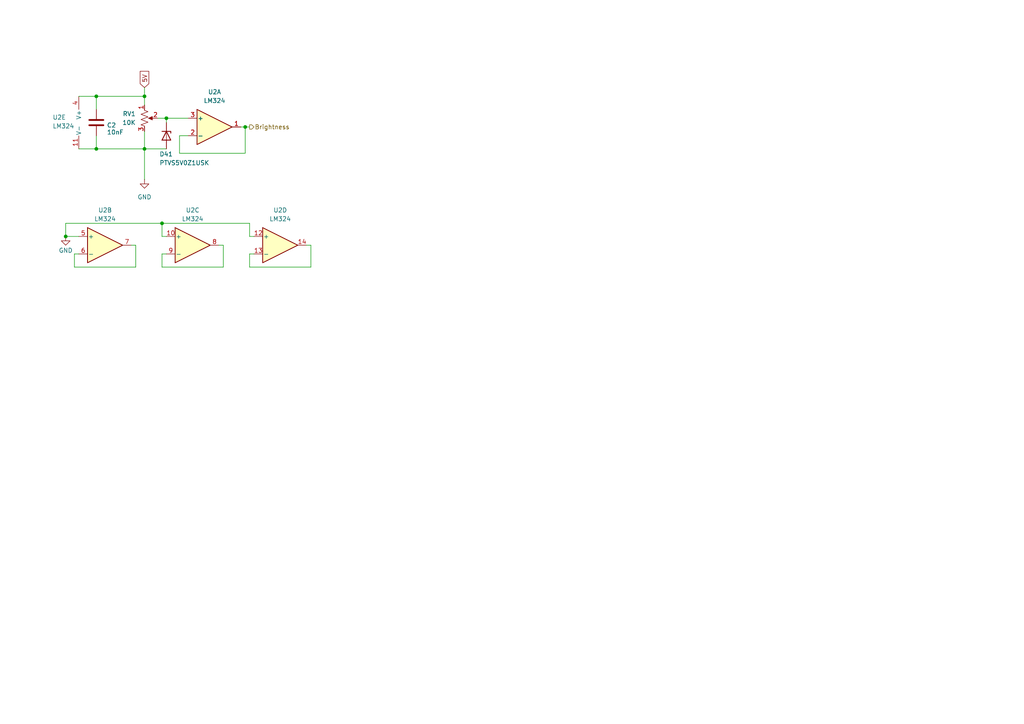
<source format=kicad_sch>
(kicad_sch (version 20231120) (generator "eeschema") (generator_version "8.0")
  (paper "A4")
  (title_block (date "2024-04-23") (rev "2"))
  (lib_symbols
    (symbol "Amplifier_Operational:LM324" (pin_names (offset 0.127))
      (property "Reference" "U" (at 0 5.08 0))
      (property "Value" "LM324" (at 0 -5.08 0))
      (symbol "LM324_1_1"
        (polyline (pts (xy -5.08 5.08) (xy 5.08 0) (xy -5.08 -5.08) (xy -5.08 5.08)) (stroke (width 0.254)) (fill (type background)))
        (pin output line (at 7.62 0 180) (length 2.54) (name "~") (number "1"))
        (pin input line (at -7.62 -2.54 0) (length 2.54) (name "-") (number "2"))
        (pin input line (at -7.62 2.54 0) (length 2.54) (name "+") (number "3"))
      )
      (symbol "LM324_2_1"
        (polyline (pts (xy -5.08 5.08) (xy 5.08 0) (xy -5.08 -5.08) (xy -5.08 5.08)) (stroke (width 0.254)) (fill (type background)))
        (pin input line (at -7.62 2.54 0) (length 2.54) (name "+") (number "5"))
        (pin input line (at -7.62 -2.54 0) (length 2.54) (name "-") (number "6"))
        (pin output line (at 7.62 0 180) (length 2.54) (name "~") (number "7"))
      )
      (symbol "LM324_3_1"
        (polyline (pts (xy -5.08 5.08) (xy 5.08 0) (xy -5.08 -5.08) (xy -5.08 5.08)) (stroke (width 0.254)) (fill (type background)))
        (pin input line (at -7.62 2.54 0) (length 2.54) (name "+") (number "10"))
        (pin output line (at 7.62 0 180) (length 2.54) (name "~") (number "8"))
        (pin input line (at -7.62 -2.54 0) (length 2.54) (name "-") (number "9"))
      )
      (symbol "LM324_4_1"
        (polyline (pts (xy -5.08 5.08) (xy 5.08 0) (xy -5.08 -5.08) (xy -5.08 5.08)) (stroke (width 0.254)) (fill (type background)))
        (pin input line (at -7.62 2.54 0) (length 2.54) (name "+") (number "12"))
        (pin input line (at -7.62 -2.54 0) (length 2.54) (name "-") (number "13"))
        (pin output line (at 7.62 0 180) (length 2.54) (name "~") (number "14"))
      )
      (symbol "LM324_5_1"
        (pin power_in line (at -2.54 -7.62 90) (length 3.81) (name "V-") (number "11"))
        (pin power_in line (at -2.54 7.62 270) (length 3.81) (name "V+") (number "4"))
      )
    )
    (symbol "Device:C" (pin_numbers hide) (pin_names (offset 0.254))
      (property "Reference" "C" (at 0.635 2.54 0))
      (property "Value" "C" (at 0.635 -2.54 0))
      (symbol "C_0_1"
        (polyline (pts (xy -2.032 -0.762) (xy 2.032 -0.762)) (stroke (width 0.508)))
        (polyline (pts (xy -2.032 0.762) (xy 2.032 0.762)) (stroke (width 0.508)))
      )
      (symbol "C_1_1"
        (pin passive line (at 0 3.81 270) (length 2.794) (name "~") (number "1"))
        (pin passive line (at 0 -3.81 90) (length 2.794) (name "~") (number "2"))
      )
    )
    (symbol "Device:R_Potentiometer_US" (pin_names (offset 1.016) hide)
      (property "Reference" "RV" (at -4.445 0 90))
      (property "Value" "R_Potentiometer_US" (at -2.54 0 90))
      (symbol "R_Potentiometer_US_0_1"
        (polyline (pts (xy 0 -2.286) (xy 0 -2.54)))
        (polyline (pts (xy 0 2.54) (xy 0 2.286)))
        (polyline (pts (xy 2.54 0) (xy 1.524 0)))
        (polyline (pts (xy 1.143 0) (xy 2.286 0.508) (xy 2.286 -0.508) (xy 1.143 0)) (fill (type outline)))
        (polyline (pts (xy 0 -0.762) (xy 1.016 -1.143) (xy 0 -1.524) (xy -1.016 -1.905) (xy 0 -2.286)))
        (polyline (pts (xy 0 0.762) (xy 1.016 0.381) (xy 0 0) (xy -1.016 -0.381) (xy 0 -0.762)))
        (polyline (pts (xy 0 2.286) (xy 1.016 1.905) (xy 0 1.524) (xy -1.016 1.143) (xy 0 0.762)))
      )
      (symbol "R_Potentiometer_US_1_1"
        (pin passive line (at 0 3.81 270) (length 1.27) (name "1") (number "1"))
        (pin passive line (at 3.81 0 180) (length 1.27) (name "2") (number "2"))
        (pin passive line (at 0 -3.81 90) (length 1.27) (name "3") (number "3"))
      )
    )
    (symbol "Diode:PTVS5V0Z1USK" (pin_numbers hide) (pin_names hide)
      (property "Reference" "D" (at 0 2.54 0))
      (property "Value" "PTVS5V0Z1USK" (at 0 -2.54 0))
      (symbol "PTVS5V0Z1USK_0_1"
        (polyline (pts (xy 1.27 0) (xy -1.27 0)))
        (polyline (pts (xy -1.27 -1.27) (xy -1.27 1.27) (xy -0.762 1.27)) (stroke (width 0.254)))
        (polyline (pts (xy 1.27 -1.27) (xy 1.27 1.27) (xy -1.27 0) (xy 1.27 -1.27)) (stroke (width 0.254)))
      )
      (symbol "PTVS5V0Z1USK_1_1"
        (pin passive line (at -3.81 0 0) (length 2.54) (name "K") (number "1"))
        (pin passive line (at 3.81 0 180) (length 2.54) (name "A") (number "2"))
      )
    )
    (symbol "power:GND" (power) (pin_numbers hide) (pin_names (offset 0) hide)
      (property "Value" "GND" (at 0 -3.81 0))
      (symbol "GND_0_1"
        (polyline (pts (xy 0 0) (xy 0 -1.27) (xy 1.27 -1.27) (xy 0 -2.54) (xy -1.27 -1.27) (xy 0 -1.27)))
      )
      (symbol "GND_1_1"
        (pin power_in line (at 0 0 270) (length 0) (name "~") (number "1"))
      )
    )
  )
  (junction (at 41.91 27.94))
  (junction (at 19.05 68.58))
  (junction (at 71.12 36.83))
  (junction (at 41.91 43.18))
  (junction (at 27.94 43.18))
  (junction (at 46.99 64.77))
  (junction (at 27.94 27.94))
  (junction (at 48.26 34.29))
  (wire (pts (xy 41.91 27.94) (xy 41.91 30.48)))
  (wire (pts (xy 39.37 71.12) (xy 38.1 71.12)))
  (wire (pts (xy 72.39 77.47) (xy 90.17 77.47)))
  (wire (pts (xy 64.77 71.12) (xy 63.5 71.12)))
  (wire (pts (xy 90.17 77.47) (xy 90.17 71.12)))
  (wire (pts (xy 46.99 77.47) (xy 64.77 77.47)))
  (wire (pts (xy 64.77 77.47) (xy 64.77 71.12)))
  (wire (pts (xy 45.72 34.29) (xy 48.26 34.29)))
  (wire (pts (xy 19.05 68.58) (xy 19.05 64.77)))
  (wire (pts (xy 22.86 43.18) (xy 27.94 43.18)))
  (wire (pts (xy 41.91 43.18) (xy 48.26 43.18)))
  (wire (pts (xy 48.26 34.29) (xy 48.26 35.56)))
  (wire (pts (xy 69.85 36.83) (xy 71.12 36.83)))
  (wire (pts (xy 72.39 73.66) (xy 72.39 77.47)))
  (wire (pts (xy 52.07 44.45) (xy 71.12 44.45)))
  (wire (pts (xy 21.59 73.66) (xy 21.59 77.47)))
  (wire (pts (xy 27.94 43.18) (xy 41.91 43.18)))
  (wire (pts (xy 22.86 68.58) (xy 19.05 68.58)))
  (wire (pts (xy 48.26 34.29) (xy 54.61 34.29)))
  (wire (pts (xy 48.26 73.66) (xy 46.99 73.66)))
  (wire (pts (xy 72.39 68.58) (xy 73.66 68.58)))
  (wire (pts (xy 73.66 73.66) (xy 72.39 73.66)))
  (wire (pts (xy 71.12 36.83) (xy 71.12 44.45)))
  (wire (pts (xy 19.05 64.77) (xy 46.99 64.77)))
  (wire (pts (xy 46.99 68.58) (xy 46.99 64.77)))
  (wire (pts (xy 46.99 73.66) (xy 46.99 77.47)))
  (wire (pts (xy 27.94 27.94) (xy 41.91 27.94)))
  (wire (pts (xy 90.17 71.12) (xy 88.9 71.12)))
  (wire (pts (xy 41.91 25.4) (xy 41.91 27.94)))
  (wire (pts (xy 72.39 64.77) (xy 72.39 68.58)))
  (wire (pts (xy 39.37 77.47) (xy 39.37 71.12)))
  (wire (pts (xy 71.12 36.83) (xy 72.39 36.83)))
  (wire (pts (xy 41.91 43.18) (xy 41.91 52.07)))
  (wire (pts (xy 27.94 39.37) (xy 27.94 43.18)))
  (wire (pts (xy 27.94 27.94) (xy 27.94 31.75)))
  (wire (pts (xy 22.86 27.94) (xy 27.94 27.94)))
  (wire (pts (xy 46.99 64.77) (xy 72.39 64.77)))
  (wire (pts (xy 22.86 73.66) (xy 21.59 73.66)))
  (wire (pts (xy 52.07 39.37) (xy 52.07 44.45)))
  (wire (pts (xy 48.26 68.58) (xy 46.99 68.58)))
  (wire (pts (xy 54.61 39.37) (xy 52.07 39.37)))
  (wire (pts (xy 21.59 77.47) (xy 39.37 77.47)))
  (wire (pts (xy 41.91 43.18) (xy 41.91 38.1)))
  (global_label "5V" (shape input) (at 41.91 25.4 90) (property "Intersheetrefs" "${INTERSHEET_REFS}" (effects (hide yes))))
  (hierarchical_label "Brightness" (shape output) (at 72.39 36.83 0))
  (symbol (lib_id "Amplifier_Operational:LM324") (at 25.4 35.56 0) (unit 5)
    (property "Reference" "U2" (at 15.24 34.036 0) (effects (justify left)))
    (property "Value" "LM324" (at 15.24 36.576 0) (effects (justify left)))
    (property "Footprint" "Package_DIP:DIP-14_W7.62mm" (effects (hide yes)))
    (property "Datasheet" "http://www.ti.com/lit/ds/symlink/lm2902-n.pdf" (effects (hide yes)))
    (property "Description" "Low-Power, Quad-Operational Amplifiers, DIP-14/SOIC-14/SSOP-14" (effects (hide yes)))
    (property "Digikey PN" "296-1391-5-ND" (effects (hide yes)))
  )
  (symbol (lib_id "Device:R_Potentiometer_US") (at 41.91 34.29 0) (unit 1)
    (property "Reference" "RV1" (at 39.37 33.0199 0) (effects (justify right)))
    (property "Value" "10K" (at 39.37 35.5599 0) (effects (justify right)))
    (property "Footprint" "Potentiometer_THT:Potentiometer_TT_P0915N" (effects (hide yes)))
    (property "Datasheet" "https://www.ttelectronics.com/TTElectronics/media/ProductFiles/Datasheet/P09x.pdf" (effects (hide yes)))
    (property "Description" "Potentiometer, US symbol" (effects (hide yes)))
    (property "Digikey PN" "987-1649-ND" (effects (hide yes)))
  )
  (symbol (lib_id "Amplifier_Operational:LM324") (at 55.88 71.12 0) (unit 3)
    (property "Reference" "U2" (at 55.88 60.96 0))
    (property "Value" "LM324" (at 55.88 63.5 0))
    (property "Footprint" "Package_DIP:DIP-14_W7.62mm" (effects (hide yes)))
    (property "Datasheet" "http://www.ti.com/lit/ds/symlink/lm2902-n.pdf" (effects (hide yes)))
    (property "Description" "Low-Power, Quad-Operational Amplifiers, DIP-14/SOIC-14/SSOP-14" (effects (hide yes)))
  )
  (symbol (lib_id "power:GND") (at 41.91 52.07 0) (unit 1)
    (property "Reference" "#PWR01" (effects (hide yes)))
    (property "Value" "GND" (at 41.91 57.15 0))
    (property "Description" "Power symbol creates a global label with name \"GND\" , ground" (effects (hide yes)))
  )
  (symbol (lib_id "Device:C") (at 27.94 35.56 0) (unit 1)
    (property "Reference" "C2" (at 30.988 36.322 0) (effects (justify left)))
    (property "Value" "10nF" (at 30.988 38.354 0) (effects (justify left)))
    (property "Footprint" "Capacitor_SMD:C_0805_2012Metric" (effects (hide yes)))
    (property "Description" "Unpolarized capacitor" (effects (hide yes)))
    (property "Digikey PN" "1276-1003-1-ND" (effects (hide yes)))
  )
  (symbol (lib_id "Amplifier_Operational:LM324") (at 62.23 36.83 0) (unit 1)
    (property "Reference" "U2" (at 62.23 26.67 0))
    (property "Value" "LM324" (at 62.23 29.21 0))
    (property "Footprint" "Package_DIP:DIP-14_W7.62mm" (effects (hide yes)))
    (property "Datasheet" "http://www.ti.com/lit/ds/symlink/lm2902-n.pdf" (effects (hide yes)))
    (property "Description" "Low-Power, Quad-Operational Amplifiers, DIP-14/SOIC-14/SSOP-14" (effects (hide yes)))
    (property "Digikey PN" "296-1391-5-ND" (effects (hide yes)))
  )
  (symbol (lib_id "power:GND") (at 19.05 68.58 0) (unit 1)
    (property "Reference" "#PWR016" (effects (hide yes)))
    (property "Value" "GND" (at 19.05 72.644 0))
    (property "Description" "Power symbol creates a global label with name \"GND\" , ground" (effects (hide yes)))
  )
  (symbol (lib_id "Amplifier_Operational:LM324") (at 30.48 71.12 0) (unit 2)
    (property "Reference" "U2" (at 30.48 60.96 0))
    (property "Value" "LM324" (at 30.48 63.5 0))
    (property "Footprint" "Package_DIP:DIP-14_W7.62mm" (effects (hide yes)))
    (property "Datasheet" "http://www.ti.com/lit/ds/symlink/lm2902-n.pdf" (effects (hide yes)))
    (property "Description" "Low-Power, Quad-Operational Amplifiers, DIP-14/SOIC-14/SSOP-14" (effects (hide yes)))
  )
  (symbol (lib_id "Diode:PTVS5V0Z1USK") (at 48.26 39.37 270) (unit 1)
    (property "Reference" "D41" (at 46.228 44.704 90) (effects (justify left)))
    (property "Value" "PTVS5V0Z1USK" (at 46.228 47.244 90) (effects (justify left)))
    (property "Footprint" "Diode_SMD:Nexperia_DSN1608-2_1.6x0.8mm" (effects (hide yes)))
    (property "Datasheet" "https://assets.nexperia.com/documents/data-sheet/PTVS5V0Z1USK.pdf" (effects (hide yes)))
    (property "Description" "5V, 1200W TVS unidirectional diode, DSN1608-2" (effects (hide yes)))
    (property "Digikey PN" "1727-2742-1-ND" (effects (hide yes)))
  )
  (symbol (lib_id "Amplifier_Operational:LM324") (at 81.28 71.12 0) (unit 4)
    (property "Reference" "U2" (at 81.28 60.96 0))
    (property "Value" "LM324" (at 81.28 63.5 0))
    (property "Footprint" "Package_DIP:DIP-14_W7.62mm" (effects (hide yes)))
    (property "Datasheet" "http://www.ti.com/lit/ds/symlink/lm2902-n.pdf" (effects (hide yes)))
    (property "Description" "Low-Power, Quad-Operational Amplifiers, DIP-14/SOIC-14/SSOP-14" (effects (hide yes)))
  )
)
</source>
